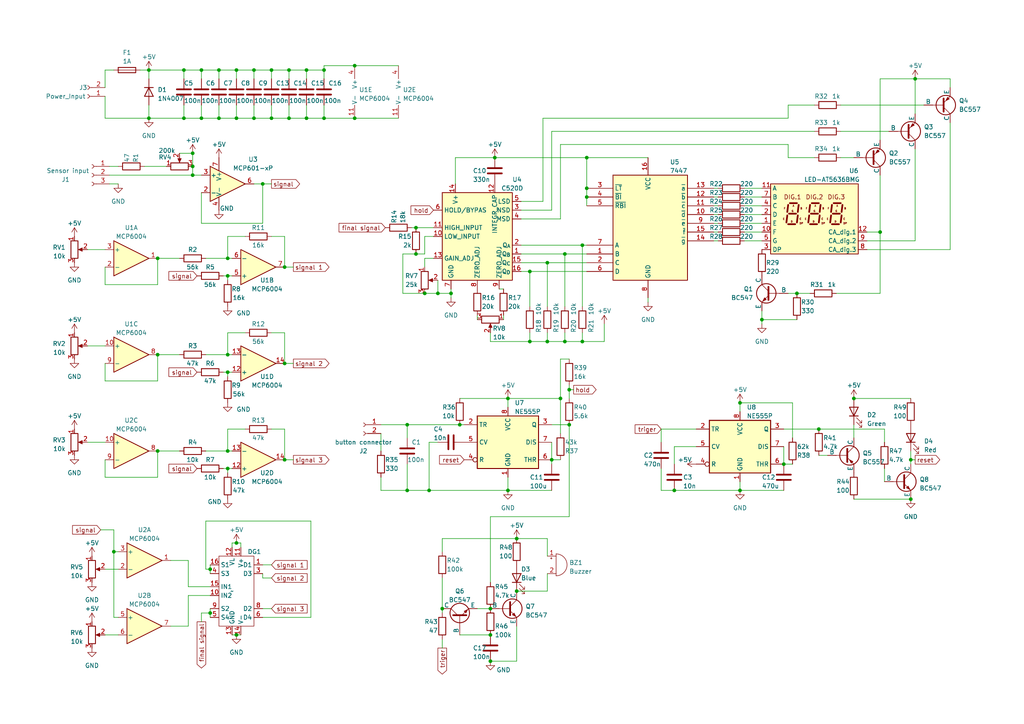
<source format=kicad_sch>
(kicad_sch (version 20231120) (generator "eeschema") (generator_version "8.0")
  (paper "A4")
  (title_block (title "Alkomat") (date "2023-05-24") (comment 1 "nr indeksu: 263581") (comment 2 "Kacper Piątek"))
  (junction (at 93.98 20.32))
  (junction (at 73.66 34.29))
  (junction (at 142.24 176.53))
  (junction (at 76.2 53.34))
  (junction (at 265.43 22.86))
  (junction (at 82.55 105.41))
  (junction (at 66.04 102.87))
  (junction (at 247.65 115.57))
  (junction (at 158.75 99.06))
  (junction (at 93.98 34.29))
  (junction (at 128.27 176.53))
  (junction (at 120.65 73.66))
  (junction (at 53.34 20.32))
  (junction (at 63.5 34.29))
  (junction (at 153.67 78.74))
  (junction (at 43.18 20.32))
  (junction (at 120.65 66.04))
  (junction (at 133.35 123.19))
  (junction (at 78.74 20.32))
  (junction (at 66.04 130.81))
  (junction (at 58.42 20.32))
  (junction (at 60.96 177.8))
  (junction (at 163.83 73.66))
  (junction (at 147.32 115.57))
  (junction (at 55.88 50.8))
  (junction (at 149.86 156.21))
  (junction (at 55.88 44.45))
  (junction (at 102.87 19.05))
  (junction (at 264.16 133.35))
  (junction (at 142.24 191.77))
  (junction (at 68.58 34.29))
  (junction (at 160.02 133.35))
  (junction (at 45.72 130.81))
  (junction (at 73.66 20.32))
  (junction (at 88.9 34.29))
  (junction (at 130.81 85.09))
  (junction (at 45.72 74.93))
  (junction (at 66.04 135.89))
  (junction (at 118.11 123.19))
  (junction (at 168.91 99.06))
  (junction (at 124.46 142.24))
  (junction (at 163.83 99.06))
  (junction (at 168.91 71.12))
  (junction (at 214.63 116.84))
  (junction (at 118.11 142.24))
  (junction (at 82.55 77.47))
  (junction (at 82.55 133.35))
  (junction (at 33.02 160.02))
  (junction (at 123.19 85.09))
  (junction (at 68.58 20.32))
  (junction (at 143.51 45.72))
  (junction (at 170.18 54.61))
  (junction (at 264.16 144.78))
  (junction (at 165.1 123.19))
  (junction (at 63.5 20.32))
  (junction (at 195.58 142.24))
  (junction (at 153.67 99.06))
  (junction (at 237.49 124.46))
  (junction (at 231.14 85.09))
  (junction (at 220.98 92.71))
  (junction (at 55.88 48.26))
  (junction (at 127 85.09))
  (junction (at 83.82 20.32))
  (junction (at 149.86 171.45))
  (junction (at 88.9 20.32))
  (junction (at 66.04 80.01))
  (junction (at 45.72 102.87))
  (junction (at 68.58 157.48))
  (junction (at 102.87 34.29))
  (junction (at 162.56 115.57))
  (junction (at 78.74 34.29))
  (junction (at 227.33 134.62))
  (junction (at 43.18 34.29))
  (junction (at 214.63 142.24))
  (junction (at 170.18 57.15))
  (junction (at 68.58 184.15))
  (junction (at 83.82 34.29))
  (junction (at 165.1 113.03))
  (junction (at 60.96 165.1))
  (junction (at 142.24 184.15))
  (junction (at 147.32 142.24))
  (junction (at 53.34 34.29))
  (junction (at 66.04 107.95))
  (junction (at 255.27 67.31))
  (junction (at 158.75 76.2))
  (junction (at 58.42 34.29))
  (junction (at 170.18 45.72))
  (junction (at 66.04 74.93))
  (wire (pts (xy 118.11 123.19) (xy 133.35 123.19)))
  (wire (pts (xy 82.55 105.41) (xy 85.09 105.41)))
  (wire (pts (xy 162.56 104.14) (xy 162.56 115.57)))
  (wire (pts (xy 228.6 45.72) (xy 236.22 45.72)))
  (wire (pts (xy 63.5 30.48) (xy 63.5 34.29)))
  (wire (pts (xy 168.91 99.06) (xy 168.91 96.52)))
  (wire (pts (xy 68.58 20.32) (xy 68.58 22.86)))
  (wire (pts (xy 231.14 85.09) (xy 234.95 85.09)))
  (wire (pts (xy 215.9 69.85) (xy 220.98 69.85)))
  (wire (pts (xy 83.82 20.32) (xy 83.82 22.86)))
  (wire (pts (xy 229.87 116.84) (xy 214.63 116.84)))
  (wire (pts (xy 82.55 68.58) (xy 78.74 68.58)))
  (wire (pts (xy 90.17 179.07) (xy 90.17 151.13)))
  (wire (pts (xy 147.32 138.43) (xy 147.32 142.24)))
  (wire (pts (xy 247.65 123.19) (xy 247.65 127)))
  (wire (pts (xy 64.77 135.89) (xy 66.04 135.89)))
  (wire (pts (xy 162.56 63.5) (xy 151.13 63.5)))
  (wire (pts (xy 82.55 133.35) (xy 85.09 133.35)))
  (wire (pts (xy 119.38 66.04) (xy 120.65 66.04)))
  (wire (pts (xy 247.65 115.57) (xy 264.16 115.57)))
  (wire (pts (xy 82.55 124.46) (xy 78.74 124.46)))
  (wire (pts (xy 170.18 54.61) (xy 170.18 57.15)))
  (wire (pts (xy 68.58 184.15) (xy 69.85 184.15)))
  (wire (pts (xy 170.18 45.72) (xy 187.96 45.72)))
  (wire (pts (xy 88.9 30.48) (xy 88.9 34.29)))
  (wire (pts (xy 71.12 124.46) (xy 66.04 124.46)))
  (wire (pts (xy 116.84 85.09) (xy 123.19 85.09)))
  (wire (pts (xy 30.48 34.29) (xy 43.18 34.29)))
  (wire (pts (xy 110.49 125.73) (xy 110.49 130.81)))
  (wire (pts (xy 118.11 134.62) (xy 118.11 142.24)))
  (wire (pts (xy 128.27 185.42) (xy 128.27 187.96)))
  (wire (pts (xy 55.88 50.8) (xy 58.42 50.8)))
  (wire (pts (xy 256.54 128.27) (xy 256.54 124.46)))
  (wire (pts (xy 158.75 99.06) (xy 163.83 99.06)))
  (wire (pts (xy 45.72 102.87) (xy 45.72 110.49)))
  (wire (pts (xy 76.2 53.34) (xy 76.2 64.77)))
  (wire (pts (xy 76.2 176.53) (xy 78.74 176.53)))
  (wire (pts (xy 66.04 102.87) (xy 67.31 102.87)))
  (wire (pts (xy 128.27 160.02) (xy 128.27 156.21)))
  (wire (pts (xy 123.19 73.66) (xy 120.65 73.66)))
  (wire (pts (xy 208.28 57.15) (xy 207.01 57.15)))
  (wire (pts (xy 215.9 59.69) (xy 220.98 59.69)))
  (wire (pts (xy 124.46 128.27) (xy 124.46 142.24)))
  (wire (pts (xy 116.84 73.66) (xy 116.84 85.09)))
  (wire (pts (xy 54.61 172.72) (xy 60.96 172.72)))
  (wire (pts (xy 237.49 124.46) (xy 256.54 124.46)))
  (wire (pts (xy 67.31 157.48) (xy 68.58 157.48)))
  (wire (pts (xy 33.02 179.07) (xy 34.29 179.07)))
  (wire (pts (xy 162.56 125.73) (xy 162.56 115.57)))
  (wire (pts (xy 45.72 74.93) (xy 52.07 74.93)))
  (wire (pts (xy 237.49 132.08) (xy 240.03 132.08)))
  (wire (pts (xy 160.02 38.1) (xy 160.02 60.96)))
  (wire (pts (xy 73.66 30.48) (xy 73.66 34.29)))
  (wire (pts (xy 128.27 167.64) (xy 128.27 176.53)))
  (wire (pts (xy 163.83 73.66) (xy 163.83 88.9)))
  (wire (pts (xy 143.51 45.72) (xy 132.08 45.72)))
  (wire (pts (xy 265.43 33.02) (xy 265.43 22.86)))
  (wire (pts (xy 187.96 86.36) (xy 187.96 87.63)))
  (wire (pts (xy 215.9 57.15) (xy 220.98 57.15)))
  (wire (pts (xy 153.67 78.74) (xy 151.13 78.74)))
  (wire (pts (xy 110.49 142.24) (xy 118.11 142.24)))
  (wire (pts (xy 66.04 74.93) (xy 67.31 74.93)))
  (wire (pts (xy 153.67 99.06) (xy 158.75 99.06)))
  (wire (pts (xy 78.74 30.48) (xy 78.74 34.29)))
  (wire (pts (xy 255.27 40.64) (xy 255.27 22.86)))
  (wire (pts (xy 88.9 20.32) (xy 88.9 22.86)))
  (wire (pts (xy 215.9 54.61) (xy 220.98 54.61)))
  (wire (pts (xy 160.02 128.27) (xy 160.02 133.35)))
  (wire (pts (xy 160.02 134.62) (xy 160.02 133.35)))
  (wire (pts (xy 147.32 142.24) (xy 160.02 142.24)))
  (wire (pts (xy 162.56 41.91) (xy 228.6 41.91)))
  (wire (pts (xy 208.28 69.85) (xy 207.01 69.85)))
  (wire (pts (xy 151.13 71.12) (xy 168.91 71.12)))
  (wire (pts (xy 158.75 99.06) (xy 158.75 96.52)))
  (wire (pts (xy 82.55 105.41) (xy 82.55 96.52)))
  (wire (pts (xy 228.6 30.48) (xy 228.6 34.29)))
  (wire (pts (xy 163.83 99.06) (xy 163.83 96.52)))
  (wire (pts (xy 93.98 22.86) (xy 93.98 20.32)))
  (wire (pts (xy 63.5 34.29) (xy 68.58 34.29)))
  (wire (pts (xy 93.98 30.48) (xy 93.98 34.29)))
  (wire (pts (xy 60.96 177.8) (xy 60.96 179.07)))
  (wire (pts (xy 147.32 115.57) (xy 147.32 118.11)))
  (wire (pts (xy 58.42 34.29) (xy 53.34 34.29)))
  (wire (pts (xy 208.28 54.61) (xy 207.01 54.61)))
  (wire (pts (xy 151.13 60.96) (xy 160.02 60.96)))
  (wire (pts (xy 66.04 107.95) (xy 67.31 107.95)))
  (wire (pts (xy 54.61 162.56) (xy 54.61 170.18)))
  (wire (pts (xy 132.08 45.72) (xy 132.08 53.34)))
  (wire (pts (xy 30.48 165.1) (xy 34.29 165.1)))
  (wire (pts (xy 138.43 176.53) (xy 142.24 176.53)))
  (wire (pts (xy 116.84 73.66) (xy 120.65 73.66)))
  (wire (pts (xy 147.32 115.57) (xy 162.56 115.57)))
  (wire (pts (xy 149.86 181.61) (xy 149.86 191.77)))
  (wire (pts (xy 43.18 20.32) (xy 43.18 22.86)))
  (wire (pts (xy 142.24 99.06) (xy 153.67 99.06)))
  (wire (pts (xy 40.64 20.32) (xy 43.18 20.32)))
  (wire (pts (xy 191.77 135.89) (xy 191.77 142.24)))
  (wire (pts (xy 128.27 156.21) (xy 149.86 156.21)))
  (wire (pts (xy 66.04 80.01) (xy 67.31 80.01)))
  (wire (pts (xy 120.65 66.04) (xy 125.73 66.04)))
  (wire (pts (xy 243.84 30.48) (xy 267.97 30.48)))
  (wire (pts (xy 133.35 123.19) (xy 134.62 123.19)))
  (wire (pts (xy 55.88 48.26) (xy 55.88 50.8)))
  (wire (pts (xy 124.46 142.24) (xy 147.32 142.24)))
  (wire (pts (xy 158.75 76.2) (xy 170.18 76.2)))
  (wire (pts (xy 208.28 59.69) (xy 207.01 59.69)))
  (wire (pts (xy 52.07 44.45) (xy 55.88 44.45)))
  (wire (pts (xy 160.02 133.35) (xy 162.56 133.35)))
  (wire (pts (xy 265.43 43.18) (xy 265.43 69.85)))
  (wire (pts (xy 170.18 45.72) (xy 170.18 54.61)))
  (wire (pts (xy 220.98 92.71) (xy 220.98 93.98)))
  (wire (pts (xy 255.27 67.31) (xy 255.27 85.09)))
  (wire (pts (xy 191.77 124.46) (xy 201.93 124.46)))
  (wire (pts (xy 68.58 30.48) (xy 68.58 34.29)))
  (wire (pts (xy 30.48 105.41) (xy 30.48 110.49)))
  (wire (pts (xy 175.26 99.06) (xy 168.91 99.06)))
  (wire (pts (xy 160.02 123.19) (xy 165.1 123.19)))
  (wire (pts (xy 195.58 129.54) (xy 201.93 129.54)))
  (wire (pts (xy 229.87 116.84) (xy 229.87 127)))
  (wire (pts (xy 60.96 165.1) (xy 60.96 166.37)))
  (wire (pts (xy 123.19 68.58) (xy 123.19 73.66)))
  (wire (pts (xy 73.66 53.34) (xy 76.2 53.34)))
  (wire (pts (xy 158.75 171.45) (xy 149.86 171.45)))
  (wire (pts (xy 153.67 78.74) (xy 153.67 88.9)))
  (wire (pts (xy 158.75 161.29) (xy 158.75 156.21)))
  (wire (pts (xy 25.4 72.39) (xy 30.48 72.39)))
  (wire (pts (xy 255.27 22.86) (xy 265.43 22.86)))
  (wire (pts (xy 45.72 74.93) (xy 45.72 82.55)))
  (wire (pts (xy 264.16 133.35) (xy 265.43 133.35)))
  (wire (pts (xy 255.27 50.8) (xy 255.27 67.31)))
  (wire (pts (xy 66.04 80.01) (xy 66.04 81.28)))
  (wire (pts (xy 133.35 184.15) (xy 142.24 184.15)))
  (wire (pts (xy 255.27 67.31) (xy 251.46 67.31)))
  (wire (pts (xy 168.91 71.12) (xy 170.18 71.12)))
  (wire (pts (xy 30.48 77.47) (xy 30.48 82.55)))
  (wire (pts (xy 158.75 76.2) (xy 158.75 88.9)))
  (wire (pts (xy 142.24 99.06) (xy 142.24 96.52)))
  (wire (pts (xy 158.75 166.37) (xy 158.75 171.45)))
  (wire (pts (xy 78.74 34.29) (xy 73.66 34.29)))
  (wire (pts (xy 243.84 38.1) (xy 257.81 38.1)))
  (wire (pts (xy 215.9 62.23) (xy 220.98 62.23)))
  (wire (pts (xy 214.63 116.84) (xy 214.63 119.38)))
  (wire (pts (xy 256.54 135.89) (xy 256.54 139.7)))
  (wire (pts (xy 264.16 133.35) (xy 264.16 134.62)))
  (wire (pts (xy 142.24 149.86) (xy 165.1 149.86)))
  (wire (pts (xy 123.19 68.58) (xy 125.73 68.58)))
  (wire (pts (xy 228.6 34.29) (xy 157.48 34.29)))
  (wire (pts (xy 41.91 48.26) (xy 48.26 48.26)))
  (wire (pts (xy 228.6 30.48) (xy 236.22 30.48)))
  (wire (pts (xy 127 81.28) (xy 127 85.09)))
  (wire (pts (xy 165.1 113.03) (xy 165.1 115.57)))
  (wire (pts (xy 227.33 129.54) (xy 227.33 134.62)))
  (wire (pts (xy 138.43 92.71) (xy 138.43 91.44)))
  (wire (pts (xy 54.61 181.61) (xy 54.61 172.72)))
  (wire (pts (xy 146.05 92.71) (xy 146.05 91.44)))
  (wire (pts (xy 102.87 19.05) (xy 115.57 19.05)))
  (wire (pts (xy 93.98 34.29) (xy 102.87 34.29)))
  (wire (pts (xy 67.31 157.48) (xy 67.31 158.75)))
  (wire (pts (xy 31.75 53.34) (xy 34.29 53.34)))
  (wire (pts (xy 43.18 34.29) (xy 53.34 34.29)))
  (wire (pts (xy 123.19 85.09) (xy 127 85.09)))
  (wire (pts (xy 124.46 128.27) (xy 127 128.27)))
  (wire (pts (xy 83.82 30.48) (xy 83.82 34.29)))
  (wire (pts (xy 264.16 130.81) (xy 264.16 133.35)))
  (wire (pts (xy 29.21 153.67) (xy 33.02 153.67)))
  (wire (pts (xy 170.18 57.15) (xy 170.18 59.69)))
  (wire (pts (xy 54.61 170.18) (xy 60.96 170.18)))
  (wire (pts (xy 58.42 22.86) (xy 58.42 20.32)))
  (wire (pts (xy 78.74 20.32) (xy 78.74 22.86)))
  (wire (pts (xy 25.4 100.33) (xy 30.48 100.33)))
  (wire (pts (xy 83.82 34.29) (xy 78.74 34.29)))
  (wire (pts (xy 242.57 85.09) (xy 255.27 85.09)))
  (wire (pts (xy 128.27 176.53) (xy 128.27 177.8)))
  (wire (pts (xy 60.96 176.53) (xy 60.96 177.8)))
  (wire (pts (xy 82.55 133.35) (xy 82.55 124.46)))
  (wire (pts (xy 64.77 80.01) (xy 66.04 80.01)))
  (wire (pts (xy 157.48 34.29) (xy 157.48 58.42)))
  (wire (pts (xy 59.69 102.87) (xy 66.04 102.87)))
  (wire (pts (xy 45.72 130.81) (xy 52.07 130.81)))
  (wire (pts (xy 102.87 34.29) (xy 115.57 34.29)))
  (wire (pts (xy 88.9 20.32) (xy 83.82 20.32)))
  (wire (pts (xy 69.85 157.48) (xy 69.85 158.75)))
  (wire (pts (xy 68.58 157.48) (xy 69.85 157.48)))
  (wire (pts (xy 163.83 73.66) (xy 170.18 73.66)))
  (wire (pts (xy 73.66 20.32) (xy 68.58 20.32)))
  (wire (pts (xy 158.75 156.21) (xy 149.86 156.21)))
  (wire (pts (xy 142.24 168.91) (xy 142.24 149.86)))
  (wire (pts (xy 30.48 20.32) (xy 33.02 20.32)))
  (wire (pts (xy 60.96 163.83) (xy 60.96 165.1)))
  (wire (pts (xy 146.05 83.82) (xy 144.78 83.82)))
  (wire (pts (xy 66.04 135.89) (xy 67.31 135.89)))
  (wire (pts (xy 66.04 135.89) (xy 66.04 137.16)))
  (wire (pts (xy 33.02 160.02) (xy 33.02 179.07)))
  (wire (pts (xy 49.53 162.56) (xy 54.61 162.56)))
  (wire (pts (xy 73.66 20.32) (xy 73.66 22.86)))
  (wire (pts (xy 66.04 130.81) (xy 67.31 130.81)))
  (wire (pts (xy 110.49 123.19) (xy 118.11 123.19)))
  (wire (pts (xy 59.69 130.81) (xy 66.04 130.81)))
  (wire (pts (xy 118.11 142.24) (xy 124.46 142.24)))
  (wire (pts (xy 275.59 22.86) (xy 275.59 25.4)))
  (wire (pts (xy 123.19 74.93) (xy 123.19 77.47)))
  (wire (pts (xy 231.14 92.71) (xy 220.98 92.71)))
  (wire (pts (xy 66.04 107.95) (xy 66.04 109.22)))
  (wire (pts (xy 275.59 72.39) (xy 251.46 72.39)))
  (wire (pts (xy 59.69 165.1) (xy 60.96 165.1)))
  (wire (pts (xy 102.87 19.05) (xy 93.98 19.05)))
  (wire (pts (xy 151.13 76.2) (xy 158.75 76.2)))
  (wire (pts (xy 66.04 68.58) (xy 66.04 74.93)))
  (wire (pts (xy 214.63 142.24) (xy 227.33 142.24)))
  (wire (pts (xy 127 85.09) (xy 130.81 85.09)))
  (wire (pts (xy 157.48 58.42) (xy 151.13 58.42)))
  (wire (pts (xy 166.37 113.03) (xy 165.1 113.03)))
  (wire (pts (xy 133.35 115.57) (xy 147.32 115.57)))
  (wire (pts (xy 45.72 102.87) (xy 52.07 102.87)))
  (wire (pts (xy 33.02 153.67) (xy 33.02 160.02)))
  (wire (pts (xy 215.9 67.31) (xy 220.98 67.31)))
  (wire (pts (xy 228.6 41.91) (xy 228.6 45.72)))
  (wire (pts (xy 76.2 179.07) (xy 90.17 179.07)))
  (wire (pts (xy 59.69 74.93) (xy 66.04 74.93)))
  (wire (pts (xy 30.48 133.35) (xy 30.48 138.43)))
  (wire (pts (xy 168.91 71.12) (xy 168.91 88.9)))
  (wire (pts (xy 118.11 123.19) (xy 118.11 127)))
  (wire (pts (xy 31.75 50.8) (xy 55.88 50.8)))
  (wire (pts (xy 208.28 62.23) (xy 207.01 62.23)))
  (wire (pts (xy 63.5 20.32) (xy 63.5 22.86)))
  (wire (pts (xy 55.88 44.45) (xy 55.88 48.26)))
  (wire (pts (xy 43.18 20.32) (xy 53.34 20.32)))
  (wire (pts (xy 25.4 128.27) (xy 30.48 128.27)))
  (wire (pts (xy 58.42 180.34) (xy 58.42 177.8)))
  (wire (pts (xy 151.13 73.66) (xy 163.83 73.66)))
  (wire (pts (xy 215.9 64.77) (xy 220.98 64.77)))
  (wire (pts (xy 160.02 38.1) (xy 236.22 38.1)))
  (wire (pts (xy 165.1 123.19) (xy 165.1 149.86)))
  (wire (pts (xy 76.2 167.64) (xy 76.2 166.37)))
  (wire (pts (xy 67.31 184.15) (xy 68.58 184.15)))
  (wire (pts (xy 228.6 85.09) (xy 231.14 85.09)))
  (wire (pts (xy 66.04 124.46) (xy 66.04 130.81)))
  (wire (pts (xy 31.75 48.26) (xy 34.29 48.26)))
  (wire (pts (xy 76.2 163.83) (xy 78.74 163.83)))
  (wire (pts (xy 165.1 111.76) (xy 165.1 113.03)))
  (wire (pts (xy 195.58 142.24) (xy 214.63 142.24)))
  (wire (pts (xy 63.5 20.32) (xy 58.42 20.32)))
  (wire (pts (xy 58.42 177.8) (xy 60.96 177.8)))
  (wire (pts (xy 71.12 68.58) (xy 66.04 68.58)))
  (wire (pts (xy 175.26 93.98) (xy 175.26 99.06)))
  (wire (pts (xy 163.83 99.06) (xy 168.91 99.06)))
  (wire (pts (xy 130.81 86.36) (xy 130.81 85.09)))
  (wire (pts (xy 208.28 67.31) (xy 207.01 67.31)))
  (wire (pts (xy 220.98 90.17) (xy 220.98 92.71)))
  (wire (pts (xy 58.42 20.32) (xy 53.34 20.32)))
  (wire (pts (xy 66.04 96.52) (xy 66.04 102.87)))
  (wire (pts (xy 82.55 77.47) (xy 85.09 77.47)))
  (wire (pts (xy 93.98 20.32) (xy 88.9 20.32)))
  (wire (pts (xy 30.48 110.49) (xy 45.72 110.49)))
  (wire (pts (xy 93.98 34.29) (xy 88.9 34.29)))
  (wire (pts (xy 82.55 96.52) (xy 78.74 96.52)))
  (wire (pts (xy 229.87 134.62) (xy 227.33 134.62)))
  (wire (pts (xy 149.86 191.77) (xy 142.24 191.77)))
  (wire (pts (xy 275.59 35.56) (xy 275.59 72.39)))
  (wire (pts (xy 53.34 22.86) (xy 53.34 20.32)))
  (wire (pts (xy 78.74 167.64) (xy 76.2 167.64)))
  (wire (pts (xy 68.58 20.32) (xy 63.5 20.32)))
  (wire (pts (xy 88.9 34.29) (xy 83.82 34.29)))
  (wire (pts (xy 59.69 151.13) (xy 59.69 165.1)))
  (wire (pts (xy 43.18 34.29) (xy 43.18 30.48)))
  (wire (pts (xy 110.49 138.43) (xy 110.49 142.24)))
  (wire (pts (xy 265.43 69.85) (xy 251.46 69.85)))
  (wire (pts (xy 93.98 19.05) (xy 93.98 20.32)))
  (wire (pts (xy 49.53 181.61) (xy 54.61 181.61)))
  (wire (pts (xy 162.56 63.5) (xy 162.56 41.91)))
  (wire (pts (xy 227.33 124.46) (xy 237.49 124.46)))
  (wire (pts (xy 30.48 20.32) (xy 30.48 25.4)))
  (wire (pts (xy 30.48 82.55) (xy 45.72 82.55)))
  (wire (pts (xy 195.58 134.62) (xy 195.58 129.54)))
  (wire (pts (xy 208.28 64.77) (xy 207.01 64.77)))
  (wire (pts (xy 30.48 184.15) (xy 34.29 184.15)))
  (wire (pts (xy 191.77 142.24) (xy 195.58 142.24)))
  (wire (pts (xy 265.43 22.86) (xy 275.59 22.86)))
  (wire (pts (xy 45.72 130.81) (xy 45.72 138.43)))
  (wire (pts (xy 63.5 34.29) (xy 58.42 34.29)))
  (wire (pts (xy 68.58 34.29) (xy 73.66 34.29)))
  (wire (pts (xy 30.48 34.29) (xy 30.48 27.94)))
  (wire (pts (xy 82.55 77.47) (xy 82.55 68.58)))
  (wire (pts (xy 123.19 74.93) (xy 125.73 74.93)))
  (wire (pts (xy 165.1 104.14) (xy 162.56 104.14)))
  (wire (pts (xy 170.18 78.74) (xy 153.67 78.74)))
  (wire (pts (xy 76.2 64.77) (xy 58.42 64.77)))
  (wire (pts (xy 243.84 45.72) (xy 247.65 45.72)))
  (wire (pts (xy 83.82 20.32) (xy 78.74 20.32)))
  (wire (pts (xy 71.12 96.52) (xy 66.04 96.52)))
  (wire (pts (xy 64.77 107.95) (xy 66.04 107.95)))
  (wire (pts (xy 30.48 138.43) (xy 45.72 138.43)))
  (wire (pts (xy 247.65 144.78) (xy 264.16 144.78)))
  (wire (pts (xy 58.42 30.48) (xy 58.42 34.29)))
  (wire (pts (xy 33.02 160.02) (xy 34.29 160.02)))
  (wire (pts (xy 130.81 85.09) (xy 130.81 83.82)))
  (wire (pts (xy 76.2 53.34) (xy 78.74 53.34)))
  (wire (pts (xy 214.63 139.7) (xy 214.63 142.24)))
  (wire (pts (xy 90.17 151.13) (xy 59.69 151.13)))
  (wire (pts (xy 78.74 20.32) (xy 73.66 20.32)))
  (wire (pts (xy 143.51 45.72) (xy 170.18 45.72)))
  (wire (pts (xy 191.77 128.27) (xy 191.77 124.46)))
  (wire (pts (xy 153.67 99.06) (xy 153.67 96.52)))
  (wire (pts (xy 53.34 30.48) (xy 53.34 34.29)))
  (wire (pts (xy 58.42 55.88) (xy 58.42 64.77)))
  (global_label "signal" (shape input) (at 29.21 153.67 180) (property "Intersheetrefs" "${INTERSHEET_REFS}" (effects (hide yes))))
  (global_label "signal 3" (shape input) (at 78.74 176.53 0) (property "Intersheetrefs" "${INTERSHEET_REFS}" (effects (hide yes))))
  (global_label "signal 2" (shape output) (at 85.09 105.41 0) (property "Intersheetrefs" "${INTERSHEET_REFS}" (effects (hide yes))))
  (global_label "final signal" (shape input) (at 111.76 66.04 180) (property "Intersheetrefs" "${INTERSHEET_REFS}" (effects (hide yes))))
  (global_label "signal" (shape input) (at 57.15 80.01 180) (property "Intersheetrefs" "${INTERSHEET_REFS}" (effects (hide yes))))
  (global_label "triger" (shape input) (at 191.77 124.46 180) (property "Intersheetrefs" "${INTERSHEET_REFS}" (effects (hide yes))))
  (global_label "signal" (shape input) (at 57.15 135.89 180) (property "Intersheetrefs" "${INTERSHEET_REFS}" (effects (hide yes))))
  (global_label "signal 3" (shape output) (at 85.09 133.35 0) (property "Intersheetrefs" "${INTERSHEET_REFS}" (effects (hide yes))))
  (global_label "triger" (shape output) (at 128.27 187.96 270) (property "Intersheetrefs" "${INTERSHEET_REFS}" (effects (hide yes))))
  (global_label "reset" (shape output) (at 265.43 133.35 0) (property "Intersheetrefs" "${INTERSHEET_REFS}" (effects (hide yes))))
  (global_label "signal" (shape output) (at 78.74 53.34 0) (property "Intersheetrefs" "${INTERSHEET_REFS}" (effects (hide yes))))
  (global_label "signal 2" (shape input) (at 78.74 167.64 0) (property "Intersheetrefs" "${INTERSHEET_REFS}" (effects (hide yes))))
  (global_label "hold" (shape input) (at 125.73 60.96 180) (property "Intersheetrefs" "${INTERSHEET_REFS}" (effects (hide yes))))
  (global_label "hold" (shape output) (at 166.37 113.03 0) (property "Intersheetrefs" "${INTERSHEET_REFS}" (effects (hide yes))))
  (global_label "signal 1" (shape input) (at 78.74 163.83 0) (property "Intersheetrefs" "${INTERSHEET_REFS}" (effects (hide yes))))
  (global_label "signal 1" (shape output) (at 85.09 77.47 0) (property "Intersheetrefs" "${INTERSHEET_REFS}" (effects (hide yes))))
  (global_label "reset" (shape input) (at 134.62 133.35 180) (property "Intersheetrefs" "${INTERSHEET_REFS}" (effects (hide yes))))
  (global_label "signal" (shape input) (at 57.15 107.95 180) (property "Intersheetrefs" "${INTERSHEET_REFS}" (effects (hide yes))))
  (global_label "final signal" (shape output) (at 58.42 180.34 270) (property "Intersheetrefs" "${INTERSHEET_REFS}" (effects (hide yes))))
  (symbol (lib_id "Simulation_SPICE:NPN") (at 261.62 139.7 0) (unit 1)
    (property "Reference" "Q8" (at 266.7 139.065 0) (effects (justify left)))
    (property "Value" "BC547" (at 266.7 141.605 0) (effects (justify left)))
    (property "Footprint" "Package_TO_SOT_THT:TO-92_HandSolder" (effects (hide yes)))
    (property "Sim.Device" "NPN" (effects (hide yes)))
    (property "Sim.Type" "GUMMELPOON" (effects (hide yes)))
    (property "Sim.Pins" "1=C 2=B 3=E" (effects (hide yes)))
  )
  (symbol (lib_id "power:GND") (at 43.18 34.29 0) (unit 1)
    (property "Reference" "#PWR027" (effects (hide yes)))
    (property "Value" "GND" (at 43.18 39.37 0))
  )
  (symbol (lib_id "Device:C") (at 93.98 26.67 0) (unit 1)
    (property "Reference" "C16" (at 95.25 24.13 0) (effects (justify left)))
    (property "Value" "100n" (at 93.98 29.21 0) (effects (justify left)))
    (property "Footprint" "Capacitor_THT:C_Disc_D3.0mm_W2.0mm_P2.50mm" (effects (hide yes)))
  )
  (symbol (lib_id "Device:C") (at 160.02 138.43 0) (unit 1)
    (property "Reference" "C11" (at 153.67 138.43 0) (effects (justify left)))
    (property "Value" "100u" (at 153.67 140.97 0) (effects (justify left)))
    (property "Footprint" "Capacitor_THT:C_Rect_L7.0mm_W2.5mm_P5.00mm" (effects (hide yes)))
  )
  (symbol (lib_id "power:GND") (at 21.59 76.2 0) (unit 1)
    (property "Reference" "#PWR02" (effects (hide yes)))
    (property "Value" "GND" (at 21.59 81.28 0))
  )
  (symbol (lib_id "power:+5V") (at 68.58 157.48 0) (unit 1)
    (property "Reference" "#PWR018" (effects (hide yes)))
    (property "Value" "+5V" (at 68.58 153.67 0))
  )
  (symbol (lib_id "Device:C") (at 118.11 130.81 0) (unit 1)
    (property "Reference" "C1" (at 119.38 128.27 0) (effects (justify left)))
    (property "Value" "100n" (at 118.11 133.35 0) (effects (justify left)))
    (property "Footprint" "Capacitor_THT:C_Disc_D3.0mm_W2.0mm_P2.50mm" (effects (hide yes)))
  )
  (symbol (lib_id "Device:C") (at 143.51 49.53 0) (unit 1)
    (property "Reference" "C10" (at 137.16 49.53 0) (effects (justify left)))
    (property "Value" "330n" (at 137.16 52.07 0) (effects (justify left)))
    (property "Footprint" "Capacitor_THT:C_Rect_L7.0mm_W3.5mm_P5.00mm" (effects (hide yes)))
  )
  (symbol (lib_id "Device:LED") (at 247.65 119.38 90) (unit 1)
    (property "Reference" "D2" (at 251.46 120.3325 90) (effects (justify right)))
    (property "Value" "Green" (at 251.46 122.8725 90) (effects (justify right)))
    (property "Footprint" "LED_THT:LED_D5.0mm" (effects (hide yes)))
  )
  (symbol (lib_id "Device:R") (at 163.83 92.71 180) (unit 1)
    (property "Reference" "R20" (at 166.37 96.52 90) (effects (justify right)))
    (property "Value" "10k" (at 166.37 91.44 90) (effects (justify right)))
    (property "Footprint" "Resistor_THT:R_Axial_DIN0207_L6.3mm_D2.5mm_P10.16mm_Horizontal" (effects (hide yes)))
  )
  (symbol (lib_id "power:GND") (at 214.63 142.24 0) (unit 1)
    (property "Reference" "#PWR032" (effects (hide yes)))
    (property "Value" "GND" (at 214.63 147.32 0))
  )
  (symbol (lib_id "Device:C") (at 58.42 26.67 0) (unit 1)
    (property "Reference" "C6" (at 59.69 24.13 0) (effects (justify left)))
    (property "Value" "100n" (at 58.42 29.21 0) (effects (justify left)))
    (property "Footprint" "Capacitor_THT:C_Disc_D3.0mm_W2.0mm_P2.50mm" (effects (hide yes)))
  )
  (symbol (lib_id "Device:R") (at 229.87 130.81 180) (unit 1)
    (property "Reference" "R38" (at 231.14 132.08 0) (effects (justify right)))
    (property "Value" "62k" (at 231.14 129.54 0) (effects (justify right)))
    (property "Footprint" "Resistor_THT:R_Axial_DIN0207_L6.3mm_D2.5mm_P10.16mm_Horizontal" (effects (hide yes)))
  )
  (symbol (lib_id "Device:C") (at 73.66 26.67 0) (unit 1)
    (property "Reference" "C9" (at 74.93 24.13 0) (effects (justify left)))
    (property "Value" "100n" (at 73.66 29.21 0) (effects (justify left)))
    (property "Footprint" "Capacitor_THT:C_Disc_D3.0mm_W2.0mm_P2.50mm" (effects (hide yes)))
  )
  (symbol (lib_id "Device:R") (at 231.14 88.9 0) (mirror x) (unit 1)
    (property "Reference" "R30" (at 236.22 87.63 0) (effects (justify right)))
    (property "Value" "330" (at 236.22 90.17 0) (effects (justify right)))
    (property "Footprint" "Resistor_THT:R_Axial_DIN0207_L6.3mm_D2.5mm_P10.16mm_Horizontal" (effects (hide yes)))
  )
  (symbol (lib_id "Device:R_Potentiometer") (at 52.07 48.26 90) (unit 1)
    (property "Reference" "RV4" (at 45.974 45.593 90) (effects (justify right)))
    (property "Value" "200k" (at 45.974 43.688 90) (effects (justify right)))
    (property "Footprint" "Potentiometer_THT:Potentiometer_Bourns_3296Y_Vertical" (effects (hide yes)))
  )
  (symbol (lib_id "Device:R") (at 240.03 38.1 90) (mirror x) (unit 1)
    (property "Reference" "R33" (at 236.22 35.56 90) (effects (justify right)))
    (property "Value" "1k" (at 241.3 35.56 90) (effects (justify right)))
    (property "Footprint" "Resistor_THT:R_Axial_DIN0207_L6.3mm_D2.5mm_P10.16mm_Horizontal" (effects (hide yes)))
  )
  (symbol (lib_id "power:GND") (at 142.24 191.77 0) (unit 1)
    (property "Reference" "#PWR034" (effects (hide yes)))
    (property "Value" "GND" (at 146.05 194.31 0))
  )
  (symbol (lib_id "Timer:NE555P") (at 214.63 129.54 0) (unit 1)
    (property "Reference" "U8" (at 216.5859 118.11 0) (effects (justify left)))
    (property "Value" "NE555P" (at 216.5859 120.65 0) (effects (justify left)))
    (property "Footprint" "Package_DIP:DIP-8_W7.62mm" (effects (hide yes)))
    (property "Datasheet" "http://www.ti.com/lit/ds/symlink/ne555.pdf" (effects (hide yes)))
  )
  (symbol (lib_id "power:+5V") (at 247.65 115.57 0) (unit 1)
    (property "Reference" "#PWR033" (effects (hide yes)))
    (property "Value" "+5V" (at 247.65 111.76 0))
  )
  (symbol (lib_id "Device:LED") (at 264.16 127 90) (unit 1)
    (property "Reference" "D4" (at 267.97 127.9525 90) (effects (justify right)))
    (property "Value" "Red" (at 267.97 130.4925 90) (effects (justify right)))
    (property "Footprint" "LED_THT:LED_D5.0mm" (effects (hide yes)))
  )
  (symbol (lib_id "Device:C") (at 78.74 26.67 0) (unit 1)
    (property "Reference" "C13" (at 80.01 24.13 0) (effects (justify left)))
    (property "Value" "100n" (at 78.74 29.21 0) (effects (justify left)))
    (property "Footprint" "Capacitor_THT:C_Disc_D3.0mm_W2.0mm_P2.50mm" (effects (hide yes)))
  )
  (symbol (lib_id "74xx_IEEE:7447") (at 187.96 63.5 0) (unit 1)
    (property "Reference" "U5" (at 194.31 46.99 0) (effects (justify left)))
    (property "Value" "7447" (at 194.31 49.53 0) (effects (justify left)))
    (property "Footprint" "Package_DIP:DIP-16_W7.62mm" (effects (hide yes)))
  )
  (symbol (lib_id "Device:R") (at 74.93 124.46 270) (unit 1)
    (property "Reference" "R13" (at 74.93 121.92 90))
    (property "Value" "47k" (at 74.93 127 90))
    (property "Footprint" "Resistor_THT:R_Axial_DIN0207_L6.3mm_D2.5mm_P10.16mm_Horizontal" (effects (hide yes)))
  )
  (symbol (lib_id "Device:R") (at 212.09 54.61 90) (mirror x) (unit 1)
    (property "Reference" "R22" (at 205.74 53.34 90) (effects (justify right)))
    (property "Value" "220" (at 214.63 53.34 90) (effects (justify right)))
    (property "Footprint" "Resistor_THT:R_Axial_DIN0207_L6.3mm_D2.5mm_P10.16mm_Horizontal" (effects (hide yes)))
  )
  (symbol (lib_id "power:GND") (at 68.58 184.15 0) (unit 1)
    (property "Reference" "#PWR019" (effects (hide yes)))
    (property "Value" "GND" (at 68.58 189.23 0))
  )
  (symbol (lib_id "Device:R") (at 66.04 140.97 0) (unit 1)
    (property "Reference" "R10" (at 71.12 139.7 0) (effects (justify right)))
    (property "Value" "47k" (at 71.12 142.24 0) (effects (justify right)))
    (property "Footprint" "Resistor_THT:R_Axial_DIN0207_L6.3mm_D2.5mm_P10.16mm_Horizontal" (effects (hide yes)))
  )
  (symbol (lib_id "Device:C") (at 142.24 187.96 0) (unit 1)
    (property "Reference" "C17" (at 137.16 187.96 0) (effects (justify left)))
    (property "Value" "100n" (at 137.16 190.5 0) (effects (justify left)))
    (property "Footprint" "Capacitor_THT:C_Rect_L7.0mm_W2.5mm_P5.00mm" (effects (hide yes)))
  )
  (symbol (lib_id "power:GND") (at 66.04 88.9 0) (unit 1)
    (property "Reference" "#PWR011" (effects (hide yes)))
    (property "Value" "GND" (at 68.58 90.805 0) (effects (justify left)))
  )
  (symbol (lib_id "Amplifier_Operational:MCP6004") (at 41.91 162.56 0) (unit 1)
    (property "Reference" "U2" (at 41.91 153.67 0))
    (property "Value" "MCP6004" (at 41.91 156.21 0))
    (property "Footprint" "Package_DIP:DIP-14_W7.62mm" (effects (hide yes)))
    (property "Datasheet" "http://ww1.microchip.com/downloads/en/DeviceDoc/21733j.pdf" (effects (hide yes)))
  )
  (symbol (lib_id "Diode:1N4007") (at 43.18 26.67 270) (unit 1)
    (property "Reference" "D1" (at 45.72 26.035 90) (effects (justify left)))
    (property "Value" "1N4007" (at 45.72 28.575 90) (effects (justify left)))
    (property "Footprint" "Diode_THT:D_DO-41_SOD81_P10.16mm_Horizontal" (effects (hide yes)))
    (property "Datasheet" "http://www.vishay.com/docs/88503/1n4001.pdf" (effects (hide yes)))
    (property "Sim.Device" "D" (effects (hide yes)))
    (property "Sim.Pins" "1=K 2=A" (effects (hide yes)))
  )
  (symbol (lib_id "Device:R") (at 146.05 87.63 180) (unit 1)
    (property "Reference" "R17" (at 147.32 86.36 0) (effects (justify right)))
    (property "Value" "20k" (at 147.32 88.9 0) (effects (justify right)))
    (property "Footprint" "Resistor_THT:R_Axial_DIN0207_L6.3mm_D2.5mm_P10.16mm_Horizontal" (effects (hide yes)))
  )
  (symbol (lib_id "Device:C") (at 53.34 26.67 0) (unit 1)
    (property "Reference" "C5" (at 53.34 24.13 0) (effects (justify left)))
    (property "Value" "100n" (at 53.34 29.21 0) (effects (justify left)))
    (property "Footprint" "Capacitor_THT:C_Disc_D3.0mm_W2.0mm_P2.50mm" (effects (hide yes)))
  )
  (symbol (lib_id "Device:R") (at 110.49 134.62 0) (mirror x) (unit 1)
    (property "Reference" "R35" (at 115.57 133.35 0) (effects (justify right)))
    (property "Value" "330" (at 115.57 135.89 0) (effects (justify right)))
    (property "Footprint" "Resistor_THT:R_Axial_DIN0207_L6.3mm_D2.5mm_P10.16mm_Horizontal" (effects (hide yes)))
  )
  (symbol (lib_id "Device:R") (at 66.04 85.09 0) (unit 1)
    (property "Reference" "R8" (at 69.85 83.82 0) (effects (justify right)))
    (property "Value" "16k" (at 71.12 86.36 0) (effects (justify right)))
    (property "Footprint" "Resistor_THT:R_Axial_DIN0207_L6.3mm_D2.5mm_P10.16mm_Horizontal" (effects (hide yes)))
  )
  (symbol (lib_id "power:GND") (at 26.67 187.96 0) (unit 1)
    (property "Reference" "#PWR017" (effects (hide yes)))
    (property "Value" "GND" (at 26.67 193.04 0))
  )
  (symbol (lib_id "Device:C") (at 83.82 26.67 0) (unit 1)
    (property "Reference" "C14" (at 85.09 24.13 0) (effects (justify left)))
    (property "Value" "100n" (at 83.82 29.21 0) (effects (justify left)))
    (property "Footprint" "Capacitor_THT:C_Disc_D3.0mm_W2.0mm_P2.50mm" (effects (hide yes)))
  )
  (symbol (lib_id "power:+5V") (at 149.86 156.21 0) (unit 1)
    (property "Reference" "#PWR035" (effects (hide yes)))
    (property "Value" "+5V" (at 149.86 152.4 0))
  )
  (symbol (lib_id "power:GND") (at 26.67 168.91 0) (unit 1)
    (property "Reference" "#PWR015" (effects (hide yes)))
    (property "Value" "GND" (at 26.67 173.99 0))
  )
  (symbol (lib_id "Device:R") (at 153.67 92.71 180) (unit 1)
    (property "Reference" "R18" (at 156.21 96.52 90) (effects (justify right)))
    (property "Value" "10k" (at 156.21 91.44 90) (effects (justify right)))
    (property "Footprint" "Resistor_THT:R_Axial_DIN0207_L6.3mm_D2.5mm_P10.16mm_Horizontal" (effects (hide yes)))
  )
  (symbol (lib_id "Device:R") (at 128.27 163.83 180) (unit 1)
    (property "Reference" "R42" (at 129.54 162.56 0) (effects (justify right)))
    (property "Value" "100k" (at 129.54 165.1 0) (effects (justify right)))
    (property "Footprint" "Resistor_THT:R_Axial_DIN0207_L6.3mm_D2.5mm_P10.16mm_Horizontal" (effects (hide yes)))
  )
  (symbol (lib_id "Device:R") (at 158.75 92.71 180) (unit 1)
    (property "Reference" "R19" (at 161.29 96.52 90) (effects (justify right)))
    (property "Value" "10k" (at 161.29 91.44 90) (effects (justify right)))
    (property "Footprint" "Resistor_THT:R_Axial_DIN0207_L6.3mm_D2.5mm_P10.16mm_Horizontal" (effects (hide yes)))
  )
  (symbol (lib_id "power:+5V") (at 21.59 68.58 0) (unit 1)
    (property "Reference" "#PWR01" (effects (hide yes)))
    (property "Value" "+5V" (at 21.59 64.77 0))
  )
  (symbol (lib_id "Device:R") (at 247.65 140.97 180) (unit 1)
    (property "Reference" "R44" (at 242.57 139.7 0) (effects (justify right)))
    (property "Value" "100" (at 242.57 142.24 0) (effects (justify right)))
    (property "Footprint" "Resistor_THT:R_Axial_DIN0207_L6.3mm_D2.5mm_P10.16mm_Horizontal" (effects (hide yes)))
  )
  (symbol (lib_id "Connector:Conn_01x03_Socket") (at 26.67 50.8 0) (mirror y) (unit 1)
    (property "Reference" "J1" (at 19.05 52.07 0))
    (property "Value" "Sensor input" (at 19.685 49.53 0))
    (property "Footprint" "Connector_Phoenix_MC_HighVoltage:ARK3" (effects (hide yes)))
  )
  (symbol (lib_id "Device:R") (at 74.93 96.52 270) (unit 1)
    (property "Reference" "R12" (at 74.93 93.98 90))
    (property "Value" "56k" (at 74.93 99.06 90))
    (property "Footprint" "Resistor_THT:R_Axial_DIN0207_L6.3mm_D2.5mm_P10.16mm_Horizontal" (effects (hide yes)))
  )
  (symbol (lib_id "Simulation_SPICE:PNP") (at 273.05 30.48 0) (mirror x) (unit 1)
    (property "Reference" "Q4" (at 278.13 29.21 0) (effects (justify left)))
    (property "Value" "BC557" (at 278.13 31.75 0) (effects (justify left)))
    (property "Footprint" "Package_TO_SOT_THT:TO-92_HandSolder" (effects (hide yes)))
    (property "Sim.Device" "PNP" (effects (hide yes)))
    (property "Sim.Type" "GUMMELPOON" (effects (hide yes)))
    (property "Sim.Pins" "1=C 2=B 3=E" (effects (hide yes)))
  )
  (symbol (lib_id "Device:R_Potentiometer") (at 26.67 165.1 0) (unit 1)
    (property "Reference" "RV5" (at 24.13 164.465 0) (effects (justify right)))
    (property "Value" "10k" (at 24.13 167.005 0) (effects (justify right)))
    (property "Footprint" "Potentiometer_THT:Potentiometer_Bourns_3296Y_Vertical" (effects (hide yes)))
  )
  (symbol (lib_id "Device:R_Potentiometer") (at 26.67 184.15 0) (unit 1)
    (property "Reference" "RV6" (at 24.13 183.515 0) (effects (justify right)))
    (property "Value" "10k" (at 24.13 186.055 0) (effects (justify right)))
    (property "Footprint" "Potentiometer_THT:Potentiometer_Bourns_3296Y_Vertical" (effects (hide yes)))
  )
  (symbol (lib_id "power:GND") (at 21.59 132.08 0) (unit 1)
    (property "Reference" "#PWR06" (effects (hide yes)))
    (property "Value" "GND" (at 21.59 137.16 0))
  )
  (symbol (lib_id "Device:R_Potentiometer") (at 123.19 81.28 0) (unit 1)
    (property "Reference" "RV7" (at 119.38 80.01 0))
    (property "Value" "25k" (at 119.38 82.55 0))
    (property "Footprint" "Potentiometer_THT:Potentiometer_Bourns_3296Y_Vertical" (effects (hide yes)))
  )
  (symbol (lib_id "Device:R") (at 128.27 181.61 180) (unit 1)
    (property "Reference" "R43" (at 127 180.34 0) (effects (justify left)))
    (property "Value" "47" (at 127 182.88 0) (effects (justify left)))
    (property "Footprint" "Resistor_THT:R_Axial_DIN0207_L6.3mm_D2.5mm_P10.16mm_Horizontal" (effects (hide yes)))
  )
  (symbol (lib_id "Device:R_Potentiometer") (at 21.59 128.27 0) (unit 1)
    (property "Reference" "RV3" (at 19.05 127.635 0) (effects (justify right)))
    (property "Value" "10k" (at 19.05 130.175 0) (effects (justify right)))
    (property "Footprint" "Potentiometer_THT:Potentiometer_Bourns_3296Y_Vertical" (effects (hide yes)))
  )
  (symbol (lib_id "Device:R") (at 212.09 69.85 90) (mirror x) (unit 1)
    (property "Reference" "R28" (at 205.74 68.58 90) (effects (justify right)))
    (property "Value" "220" (at 214.63 68.58 90) (effects (justify right)))
    (property "Footprint" "Resistor_THT:R_Axial_DIN0207_L6.3mm_D2.5mm_P10.16mm_Horizontal" (effects (hide yes)))
  )
  (symbol (lib_id "Device:R") (at 133.35 119.38 180) (unit 1)
    (property "Reference" "R36" (at 128.27 118.11 0) (effects (justify right)))
    (property "Value" "10k" (at 128.27 120.65 0) (effects (justify right)))
    (property "Footprint" "Resistor_THT:R_Axial_DIN0207_L6.3mm_D2.5mm_P10.16mm_Horizontal" (effects (hide yes)))
  )
  (symbol (lib_id "Device:R") (at 138.43 87.63 180) (unit 1)
    (property "Reference" "R16" (at 139.7 86.36 0) (effects (justify right)))
    (property "Value" "20k" (at 139.7 88.9 0) (effects (justify right)))
    (property "Footprint" "Resistor_THT:R_Axial_DIN0207_L6.3mm_D2.5mm_P10.16mm_Horizontal" (effects (hide yes)))
  )
  (symbol (lib_id "power:GND") (at 264.16 144.78 0) (unit 1)
    (property "Reference" "#PWR036" (effects (hide yes)))
    (property "Value" "GND" (at 264.16 149.86 0))
  )
  (symbol (lib_id "power:+5V") (at 147.32 115.57 0) (unit 1)
    (property "Reference" "#PWR029" (effects (hide yes)))
    (property "Value" "+5V" (at 147.32 111.76 0))
  )
  (symbol (lib_id "Amplifier_Operational:MCP6004") (at 105.41 26.67 0) (unit 5)
    (property "Reference" "U1" (at 104.14 26.035 0) (effects (justify left)))
    (property "Value" "MCP6004" (at 104.14 28.575 0) (effects (justify left)))
    (property "Footprint" "Package_DIP:DIP-14_W7.62mm" (effects (hide yes)))
    (property "Datasheet" "http://ww1.microchip.com/downloads/en/DeviceDoc/21733j.pdf" (effects (hide yes)))
  )
  (symbol (lib_id "Device:R") (at 38.1 48.26 270) (unit 1)
    (property "Reference" "R1" (at 39.37 44.45 0) (effects (justify left)))
    (property "Value" "47" (at 36.83 44.45 0) (effects (justify left)))
    (property "Footprint" "Resistor_THT:R_Axial_Power_L25.0mm_W9.0mm_P27.94mm" (effects (hide yes)))
  )
  (symbol (lib_id "Device:R") (at 74.93 68.58 270) (unit 1)
    (property "Reference" "R11" (at 74.93 66.04 90))
    (property "Value" "16k" (at 74.93 71.12 90))
    (property "Footprint" "Resistor_THT:R_Axial_DIN0207_L6.3mm_D2.5mm_P10.16mm_Horizontal" (effects (hide yes)))
  )
  (symbol (lib_id "Amplifier_Operational:MCP6004") (at 118.11 26.67 0) (unit 5)
    (property "Reference" "U2" (at 116.84 26.035 0) (effects (justify left)))
    (property "Value" "MCP6004" (at 116.84 28.575 0) (effects (justify left)))
    (property "Footprint" "Package_DIP:DIP-14_W7.62mm" (effects (hide yes)))
    (property "Datasheet" "http://ww1.microchip.com/downloads/en/DeviceDoc/21733j.pdf" (effects (hide yes)))
  )
  (symbol (lib_id "Device:Fuse") (at 36.83 20.32 90) (unit 1)
    (property "Reference" "F1" (at 36.83 15.24 90))
    (property "Value" "1A" (at 36.83 17.78 90))
    (property "Footprint" "Fuse:Fuseholder_TR5_Littelfuse_No560_No460" (effects (hide yes)))
  )
  (symbol (lib_id "Device:C") (at 63.5 26.67 0) (unit 1)
    (property "Reference" "C7" (at 64.77 24.13 0) (effects (justify left)))
    (property "Value" "100n" (at 63.5 29.21 0) (effects (justify left)))
    (property "Footprint" "Capacitor_THT:C_Disc_D3.0mm_W2.0mm_P2.50mm" (effects (hide yes)))
  )
  (symbol (lib_id "Device:R") (at 142.24 172.72 180) (unit 1)
    (property "Reference" "R45" (at 143.51 170.18 0) (effects (justify right)))
    (property "Value" "4.7k" (at 143.51 172.72 0) (effects (justify right)))
    (property "Footprint" "Resistor_THT:R_Axial_DIN0207_L6.3mm_D2.5mm_P10.16mm_Horizontal" (effects (hide yes)))
  )
  (symbol (lib_id "Device:R") (at 212.09 57.15 90) (mirror x) (unit 1)
    (property "Reference" "R23" (at 205.74 55.88 90) (effects (justify right)))
    (property "Value" "220" (at 214.63 55.88 90) (effects (justify right)))
    (property "Footprint" "Resistor_THT:R_Axial_DIN0207_L6.3mm_D2.5mm_P10.16mm_Horizontal" (effects (hide yes)))
  )
  (symbol (lib_id "Device:LED") (at 149.86 167.64 90) (unit 1)
    (property "Reference" "D3" (at 151.13 165.1 90) (effects (justify right)))
    (property "Value" "Blue" (at 151.13 167.64 90) (effects (justify right)))
    (property "Footprint" "LED_THT:LED_D5.0mm" (effects (hide yes)))
  )
  (symbol (lib_id "Device:R") (at 60.96 135.89 270) (unit 1)
    (property "Reference" "R7" (at 60.96 133.35 90))
    (property "Value" "10k" (at 60.96 138.43 90))
    (property "Footprint" "Resistor_THT:R_Axial_DIN0207_L6.3mm_D2.5mm_P10.16mm_Horizontal" (effects (hide yes)))
  )
  (symbol (lib_id "Device:C") (at 195.58 138.43 0) (unit 1)
    (property "Reference" "C3" (at 198.12 138.43 0) (effects (justify left)))
    (property "Value" "10n" (at 198.12 140.97 0) (effects (justify left)))
    (property "Footprint" "Capacitor_THT:C_Rect_L7.0mm_W2.5mm_P5.00mm" (effects (hide yes)))
  )
  (symbol (lib_id "Device:R_Potentiometer") (at 21.59 100.33 0) (unit 1)
    (property "Reference" "RV2" (at 19.05 99.695 0) (effects (justify right)))
    (property "Value" "10k" (at 19.05 102.235 0) (effects (justify right)))
    (property "Footprint" "Potentiometer_THT:Potentiometer_Bourns_3296Y_Vertical" (effects (hide yes)))
  )
  (symbol (lib_id "Device:R") (at 115.57 66.04 270) (unit 1)
    (property "Reference" "R14" (at 114.3 64.77 0) (effects (justify right)))
    (property "Value" "18k" (at 116.84 64.77 0) (effects (justify right)))
    (property "Footprint" "Resistor_THT:R_Axial_DIN0207_L6.3mm_D2.5mm_P10.16mm_Horizontal" (effects (hide yes)))
  )
  (symbol (lib_id "Device:R") (at 142.24 180.34 180) (unit 1)
    (property "Reference" "R46" (at 143.51 181.61 0) (effects (justify right)))
    (property "Value" "100k" (at 143.51 184.15 0) (effects (justify right)))
    (property "Footprint" "Resistor_THT:R_Axial_DIN0207_L6.3mm_D2.5mm_P10.16mm_Horizontal" (effects (hide yes)))
  )
  (symbol (lib_id "Device:R") (at 256.54 132.08 180) (unit 1)
    (property "Reference" "R47" (at 257.81 130.81 0) (effects (justify right)))
    (property "Value" "4.7k" (at 257.81 133.35 0) (effects (justify right)))
    (property "Footprint" "Resistor_THT:R_Axial_DIN0207_L6.3mm_D2.5mm_P10.16mm_Horizontal" (effects (hide yes)))
  )
  (symbol (lib_id "power:+5V") (at 26.67 161.29 0) (unit 1)
    (property "Reference" "#PWR014" (effects (hide yes)))
    (property "Value" "+5V" (at 26.67 157.48 0))
  )
  (symbol (lib_id "Simulation_SPICE:NPN") (at 223.52 85.09 0) (mirror y) (unit 1)
    (property "Reference" "Q1" (at 218.44 83.82 0) (effects (justify left)))
    (property "Value" "BC547" (at 218.44 86.36 0) (effects (justify left)))
    (property "Footprint" "Package_TO_SOT_THT:TO-92_HandSolder" (effects (hide yes)))
    (property "Sim.Device" "NPN" (effects (hide yes)))
    (property "Sim.Type" "GUMMELPOON" (effects (hide yes)))
    (property "Sim.Pins" "1=C 2=B 3=E" (effects (hide yes)))
  )
  (symbol (lib_id "Device:R") (at 55.88 130.81 270) (unit 1)
    (property "Reference" "R4" (at 55.88 128.27 90))
    (property "Value" "10k" (at 55.88 133.35 90))
    (property "Footprint" "Resistor_THT:R_Axial_DIN0207_L6.3mm_D2.5mm_P10.16mm_Horizontal" (effects (hide yes)))
  )
  (symbol (lib_id "Amplifier_Operational:MCP6004") (at 74.93 105.41 0) (mirror x) (unit 4)
    (property "Reference" "U1" (at 77.47 109.22 0))
    (property "Value" "MCP6004" (at 77.47 111.76 0))
    (property "Footprint" "Package_DIP:DIP-14_W7.62mm" (effects (hide yes)))
    (property "Datasheet" "http://ww1.microchip.com/downloads/en/DeviceDoc/21733j.pdf" (effects (hide yes)))
  )
  (symbol (lib_id "Timer:NE555P") (at 147.32 128.27 0) (unit 1)
    (property "Reference" "U7" (at 149.2759 116.84 0) (effects (justify left)))
    (property "Value" "NE555P" (at 149.2759 119.38 0) (effects (justify left)))
    (property "Footprint" "Package_DIP:DIP-8_W7.62mm" (effects (hide yes)))
    (property "Datasheet" "http://www.ti.com/lit/ds/symlink/ne555.pdf" (effects (hide yes)))
  )
  (symbol (lib_id "Device:R") (at 120.65 69.85 0) (unit 1)
    (property "Reference" "R15" (at 119.38 68.58 0) (effects (justify right)))
    (property "Value" "2k" (at 119.38 71.12 0) (effects (justify right)))
    (property "Footprint" "Resistor_THT:R_Axial_DIN0207_L6.3mm_D2.5mm_P10.16mm_Horizontal" (effects (hide yes)))
  )
  (symbol (lib_id "Device:R_Potentiometer") (at 142.24 92.71 270) (unit 1)
    (property "Reference" "RV8" (at 144.78 95.25 90))
    (property "Value" "10k" (at 144.78 97.79 90))
    (property "Footprint" "Potentiometer_THT:Potentiometer_Bourns_3296Y_Vertical" (effects (hide yes)))
  )
  (symbol (lib_id "Device:R") (at 264.16 119.38 180) (unit 1)
    (property "Reference" "R49" (at 259.08 118.11 0) (effects (justify right)))
    (property "Value" "100" (at 259.08 120.65 0) (effects (justify right)))
    (property "Footprint" "Resistor_THT:R_Axial_DIN0207_L6.3mm_D2.5mm_P10.16mm_Horizontal" (effects (hide yes)))
  )
  (symbol (lib_id "Device:Buzzer") (at 161.29 163.83 0) (unit 1)
    (property "Reference" "BZ1" (at 165.1 163.195 0) (effects (justify left)))
    (property "Value" "Buzzer" (at 165.1 165.735 0) (effects (justify left)))
    (property "Footprint" "Buzzer_Beeper:Buzzer_15x7.5RM7.6" (effects (hide yes)))
  )
  (symbol (lib_id "Simulation_SPICE:NPN") (at 133.35 179.07 90) (unit 1)
    (property "Reference" "Q6" (at 133.35 171.45 90))
    (property "Value" "BC547" (at 133.35 173.99 90))
    (property "Footprint" "Package_TO_SOT_THT:TO-92_HandSolder" (effects (hide yes)))
    (property "Sim.Device" "NPN" (effects (hide yes)))
    (property "Sim.Type" "GUMMELPOON" (effects (hide yes)))
    (property "Sim.Pins" "1=C 2=B 3=E" (effects (hide yes)))
  )
  (symbol (lib_id "Amplifier_Operational:MCP6004") (at 41.91 181.61 0) (unit 2)
    (property "Reference" "U2" (at 41.91 172.72 0))
    (property "Value" "MCP6004" (at 41.91 175.26 0))
    (property "Footprint" "Package_DIP:DIP-14_W7.62mm" (effects (hide yes)))
    (property "Datasheet" "http://ww1.microchip.com/downloads/en/DeviceDoc/21733j.pdf" (effects (hide yes)))
  )
  (symbol (lib_id "power:GND") (at 130.81 86.36 0) (unit 1)
    (property "Reference" "#PWR020" (effects (hide yes)))
    (property "Value" "GND" (at 130.81 91.44 0))
  )
  (symbol (lib_id "Device:R") (at 220.98 76.2 0) (mirror x) (unit 1)
    (property "Reference" "R29" (at 226.06 76.2 0) (effects (justify right)))
    (property "Value" "220" (at 226.06 78.74 0) (effects (justify right)))
    (property "Footprint" "Resistor_THT:R_Axial_DIN0207_L6.3mm_D2.5mm_P10.16mm_Horizontal" (effects (hide yes)))
  )
  (symbol (lib_id "Device:R") (at 60.96 107.95 270) (unit 1)
    (property "Reference" "R6" (at 60.96 105.41 90))
    (property "Value" "47k" (at 60.96 110.49 90))
    (property "Footprint" "Resistor_THT:R_Axial_DIN0207_L6.3mm_D2.5mm_P10.16mm_Horizontal" (effects (hide yes)))
  )
  (symbol (lib_id "Device:R") (at 212.09 59.69 90) (mirror x) (unit 1)
    (property "Reference" "R24" (at 205.74 58.42 90) (effects (justify right)))
    (property "Value" "220" (at 214.63 58.42 90) (effects (justify right)))
    (property "Footprint" "Resistor_THT:R_Axial_DIN0207_L6.3mm_D2.5mm_P10.16mm_Horizontal" (effects (hide yes)))
  )
  (symbol (lib_id "Device:R") (at 212.09 67.31 90) (mirror x) (unit 1)
    (property "Reference" "R27" (at 205.74 66.04 90) (effects (justify right)))
    (property "Value" "220" (at 214.63 66.04 90) (effects (justify right)))
    (property "Footprint" "Resistor_THT:R_Axial_DIN0207_L6.3mm_D2.5mm_P10.16mm_Horizontal" (effects (hide yes)))
  )
  (symbol (lib_id "power:+5V") (at 63.5 45.72 0) (unit 1)
    (property "Reference" "#PWR09" (effects (hide yes)))
    (property "Value" "+5V" (at 63.5 41.91 0))
  )
  (symbol (lib_id "power:+5V") (at 214.63 116.84 0) (unit 1)
    (property "Reference" "#PWR031" (effects (hide yes)))
    (property "Value" "+5V" (at 214.63 113.03 0))
  )
  (symbol (lib_id "wlasne:led_display_3_dgt_CA") (at 234.95 62.23 0) (unit 1)
    (property "Reference" "U6" (at 247.65 49.53 0))
    (property "Value" "LED-AT5636BMG" (at 241.3 52.07 0))
    (property "Footprint" "Display_7Segment:CA56-12EWA" (effects (hide yes)))
  )
  (symbol (lib_id "Simulation_SPICE:PNP") (at 252.73 45.72 0) (mirror x) (unit 1)
    (property "Reference" "Q2" (at 257.81 44.45 0) (effects (justify left)))
    (property "Value" "BC557" (at 257.81 46.99 0) (effects (justify left)))
    (property "Footprint" "Package_TO_SOT_THT:TO-92_HandSolder" (effects (hide yes)))
    (property "Sim.Device" "PNP" (effects (hide yes)))
    (property "Sim.Type" "GUMMELPOON" (effects (hide yes)))
    (property "Sim.Pins" "1=C 2=B 3=E" (effects (hide yes)))
  )
  (symbol (lib_id "power:GND") (at 220.98 93.98 0) (unit 1)
    (property "Reference" "#PWR024" (effects (hide yes)))
    (property "Value" "GND" (at 220.98 99.06 0))
  )
  (symbol (lib_id "Amplifier_Operational:MCP6004") (at 38.1 130.81 0) (unit 3)
    (property "Reference" "U2" (at 38.1 121.92 0))
    (property "Value" "MCP6004" (at 38.1 124.46 0))
    (property "Footprint" "Package_DIP:DIP-14_W7.62mm" (effects (hide yes)))
    (property "Datasheet" "http://ww1.microchip.com/downloads/en/DeviceDoc/21733j.pdf" (effects (hide yes)))
  )
  (symbol (lib_id "Device:R") (at 238.76 85.09 90) (mirror x) (unit 1)
    (property "Reference" "R31" (at 234.95 82.55 90) (effects (justify right)))
    (property "Value" "1k" (at 240.03 82.55 90) (effects (justify right)))
    (property "Footprint" "Resistor_THT:R_Axial_DIN0207_L6.3mm_D2.5mm_P10.16mm_Horizontal" (effects (hide yes)))
  )
  (symbol (lib_id "Connector:Conn_01x02_Socket") (at 105.41 123.19 0) (mirror y) (unit 1)
    (property "Reference" "J2" (at 105.41 130.81 0))
    (property "Value" "button connector" (at 105.41 128.27 0))
    (property "Footprint" "Connector_Phoenix_MC_HighVoltage:ARK2" (effects (hide yes)))
  )
  (symbol (lib_id "Simulation_SPICE:PNP") (at 245.11 132.08 0) (unit 1)
    (property "Reference" "Q5" (at 250.19 131.445 0) (effects (justify left)))
    (property "Value" "BC557" (at 250.19 133.985 0) (effects (justify left)))
    (property "Footprint" "Package_TO_SOT_THT:TO-92_HandSolder" (effects (hide yes)))
    (property "Sim.Device" "PNP" (effects (hide yes)))
    (property "Sim.Type" "GUMMELPOON" (effects (hide yes)))
    (property "Sim.Pins" "1=C 2=B 3=E" (effects (hide yes)))
  )
  (symbol (lib_id "Device:R") (at 55.88 102.87 270) (unit 1)
    (property "Reference" "R3" (at 55.88 100.33 90))
    (property "Value" "47k" (at 55.88 105.41 90))
    (property "Footprint" "Resistor_THT:R_Axial_DIN0207_L6.3mm_D2.5mm_P10.16mm_Horizontal" (effects (hide yes)))
  )
  (symbol (lib_id "power:GND") (at 21.59 104.14 0) (unit 1)
    (property "Reference" "#PWR04" (effects (hide yes)))
    (property "Value" "GND" (at 21.59 109.22 0))
  )
  (symbol (lib_id "wlasne:C520D") (at 138.43 68.58 0) (unit 1)
    (property "Reference" "U4" (at 148.59 52.07 0) (effects (justify left)))
    (property "Value" "C520D" (at 148.59 54.61 0))
    (property "Footprint" "Package_DIP:DIP-16_W7.62mm" (effects (hide yes)))
  )
  (symbol (lib_id "Device:R") (at 212.09 64.77 90) (mirror x) (unit 1)
    (property "Reference" "R26" (at 205.74 63.5 90) (effects (justify right)))
    (property "Value" "220" (at 214.63 63.5 90) (effects (justify right)))
    (property "Footprint" "Resistor_THT:R_Axial_DIN0207_L6.3mm_D2.5mm_P10.16mm_Horizontal" (effects (hide yes)))
  )
  (symbol (lib_id "Analog_Switch:DG403") (at 68.58 171.45 0) (unit 1)
    (property "Reference" "DG1" (at 71.8059 160.02 0) (effects (justify left)))
    (property "Value" "~" (at 67.31 171.45 0))
    (property "Footprint" "Package_DIP:DIP-16_W7.62mm" (effects (hide yes)))
  )
  (symbol (lib_id "Simulation_SPICE:PNP") (at 262.89 38.1 0) (mirror x) (unit 1)
    (property "Reference" "Q3" (at 267.97 36.83 0) (effects (justify left)))
    (property "Value" "BC557" (at 267.97 39.37 0) (effects (justify left)))
    (property "Footprint" "Package_TO_SOT_THT:TO-92_HandSolder" (effects (hide yes)))
    (property "Sim.Device" "PNP" (effects (hide yes)))
    (property "Sim.Type" "GUMMELPOON" (effects (hide yes)))
    (property "Sim.Pins" "1=C 2=B 3=E" (effects (hide yes)))
  )
  (symbol (lib_id "power:GND") (at 34.29 53.34 0) (unit 1)
    (property "Reference" "#PWR07" (effects (hide yes)))
    (property "Value" "GND" (at 34.29 58.42 0))
  )
  (symbol (lib_id "power:+5V") (at 55.88 44.45 0) (unit 1)
    (property "Reference" "#PWR08" (effects (hide yes)))
    (property "Value" "+5V" (at 55.88 40.64 0))
  )
  (symbol (lib_id "power:GND") (at 66.04 144.78 0) (unit 1)
    (property "Reference" "#PWR013" (effects (hide yes)))
    (property "Value" "GND" (at 60.198 145.542 0) (effects (justify left)))
  )
  (symbol (lib_id "power:GND") (at 63.5 60.96 0) (unit 1)
    (property "Reference" "#PWR010" (effects (hide yes)))
    (property "Value" "GND" (at 65.786 60.452 0))
  )
  (symbol (lib_id "Amplifier_Operational:MCP6004") (at 38.1 102.87 0) (unit 3)
    (property "Reference" "U1" (at 38.1 93.98 0))
    (property "Value" "MCP6004" (at 38.1 96.52 0))
    (property "Footprint" "Package_DIP:DIP-14_W7.62mm" (effects (hide yes)))
    (property "Datasheet" "http://ww1.microchip.com/downloads/en/DeviceDoc/21733j.pdf" (effects (hide yes)))
  )
  (symbol (lib_id "power:+5V") (at 201.93 134.62 90) (unit 1)
    (property "Reference" "#PWR028" (effects (hide yes)))
    (property "Value" "+5V" (at 200.66 133.35 90) (effects (justify left)))
  )
  (symbol (lib_id "Device:R") (at 240.03 45.72 90) (mirror x) (unit 1)
    (property "Reference" "R34" (at 236.22 43.18 90) (effects (justify right)))
    (property "Value" "1k" (at 241.3 43.18 90) (effects (justify right)))
    (property "Footprint" "Resistor_THT:R_Axial_DIN0207_L6.3mm_D2.5mm_P10.16mm_Horizontal" (effects (hide yes)))
  )
  (symbol (lib_id "power:+5V") (at 175.26 93.98 0) (unit 1)
    (property "Reference" "#PWR022" (effects (hide yes)))
    (property "Value" "+5V" (at 175.26 90.17 0))
  )
  (symbol (lib_id "Device:R") (at 55.88 74.93 270) (unit 1)
    (property "Reference" "R2" (at 55.88 72.39 90))
    (property "Value" "56k" (at 55.88 77.47 90))
    (property "Footprint" "Resistor_THT:R_Axial_DIN0207_L6.3mm_D2.5mm_P10.16mm_Horizontal" (effects (hide yes)))
  )
  (symbol (lib_id "Device:R") (at 149.86 160.02 180) (unit 1)
    (property "Reference" "R48" (at 144.78 158.75 0) (effects (justify right)))
    (property "Value" "100" (at 144.78 161.29 0) (effects (justify right)))
    (property "Footprint" "Resistor_THT:R_Axial_DIN0207_L6.3mm_D2.5mm_P10.16mm_Horizontal" (effects (hide yes)))
  )
  (symbol (lib_id "power:+5V") (at 21.59 96.52 0) (unit 1)
    (property "Reference" "#PWR03" (effects (hide yes)))
    (property "Value" "+5V" (at 21.59 92.71 0))
  )
  (symbol (lib_id "Device:C") (at 88.9 26.67 0) (unit 1)
    (property "Reference" "C15" (at 90.17 24.13 0) (effects (justify left)))
    (property "Value" "100n" (at 88.9 29.21 0) (effects (justify left)))
    (property "Footprint" "Capacitor_THT:C_Disc_D3.0mm_W2.0mm_P2.50mm" (effects (hide yes)))
  )
  (symbol (lib_id "Amplifier_Operational:MCP6004") (at 38.1 74.93 0) (unit 1)
    (property "Reference" "U1" (at 38.1 66.04 0))
    (property "Value" "MCP6004" (at 38.1 68.58 0))
    (property "Footprint" "Package_DIP:DIP-14_W7.62mm" (effects (hide yes)))
    (property "Datasheet" "http://ww1.microchip.com/downloads/en/DeviceDoc/21733j.pdf" (effects (hide yes)))
  )
  (symbol (lib_id "Device:C") (at 191.77 132.08 0) (unit 1)
    (property "Reference" "C2" (at 186.69 132.08 0) (effects (justify left)))
    (property "Value" "470n" (at 186.69 134.62 0) (effects (justify left)))
    (property "Footprint" "Capacitor_THT:C_Rect_L7.0mm_W4.5mm_P5.00mm" (effects (hide yes)))
  )
  (symbol (lib_id "Device:R") (at 212.09 62.23 90) (mirror x) (unit 1)
    (property "Reference" "R25" (at 205.74 60.96 90) (effects (justify right)))
    (property "Value" "220" (at 214.63 60.96 90) (effects (justify right)))
    (property "Footprint" "Resistor_THT:R_Axial_DIN0207_L6.3mm_D2.5mm_P10.16mm_Horizontal" (effects (hide yes)))
  )
  (symbol (lib_id "Device:R") (at 66.04 113.03 0) (unit 1)
    (property "Reference" "R9" (at 69.85 111.76 0) (effects (justify right)))
    (property "Value" "56k" (at 71.12 114.3 0) (effects (justify right)))
    (property "Footprint" "Resistor_THT:R_Axial_DIN0207_L6.3mm_D2.5mm_P10.16mm_Horizontal" (effects (hide yes)))
  )
  (symbol (lib_id "Device:R") (at 165.1 119.38 180) (unit 1)
    (property "Reference" "R40" (at 166.37 118.11 0) (effects (justify right)))
    (property "Value" "5.6k" (at 166.37 120.65 0) (effects (justify right)))
    (property "Footprint" "Resistor_THT:R_Axial_DIN0207_L6.3mm_D2.5mm_P10.16mm_Horizontal" (effects (hide yes)))
  )
  (symbol (lib_id "power:+5V") (at 265.43 22.86 0) (unit 1)
    (property "Reference" "#PWR025" (effects (hide yes)))
    (property "Value" "+5V" (at 265.43 19.05 0))
  )
  (symbol (lib_id "power:GND") (at 187.96 87.63 0) (unit 1)
    (property "Reference" "#PWR023" (effects (hide yes)))
    (property "Value" "GND" (at 187.96 92.71 0))
  )
  (symbol (lib_id "Device:R") (at 237.49 128.27 180) (unit 1)
    (property "Reference" "R41" (at 238.76 127 0) (effects (justify right)))
    (property "Value" "4.7k" (at 238.76 129.54 0) (effects (justify right)))
    (property "Footprint" "Resistor_THT:R_Axial_DIN0207_L6.3mm_D2.5mm_P10.16mm_Horizontal" (effects (hide yes)))
  )
  (symbol (lib_id "power:GND") (at 147.32 142.24 0) (unit 1)
    (property "Reference" "#PWR030" (effects (hide yes)))
    (property "Value" "GND" (at 147.32 147.32 0))
  )
  (symbol (lib_id "power:GND") (at 66.04 116.84 0) (unit 1)
    (property "Reference" "#PWR012" (effects (hide yes)))
    (property "Value" "GND" (at 68.58 118.745 0) (effects (justify left)))
  )
  (symbol (lib_id "Device:R") (at 162.56 129.54 180) (unit 1)
    (property "Reference" "R37" (at 163.83 130.81 0) (effects (justify right)))
    (property "Value" "43k" (at 163.83 128.27 0) (effects (justify right)))
    (property "Footprint" "Resistor_THT:R_Axial_DIN0207_L6.3mm_D2.5mm_P10.16mm_Horizontal" (effects (hide yes)))
  )
  (symbol (lib_id "Device:C") (at 68.58 26.67 0) (unit 1)
    (property "Reference" "C8" (at 69.85 24.13 0) (effects (justify left)))
    (property "Value" "100n" (at 68.58 29.21 0) (effects (justify left)))
    (property "Footprint" "Capacitor_THT:C_Disc_D3.0mm_W2.0mm_P2.50mm" (effects (hide yes)))
  )
  (symbol (lib_id "Amplifier_Operational:MCP6004") (at 74.93 133.35 0) (mirror x) (unit 4)
    (property "Reference" "U2" (at 77.47 137.16 0))
    (property "Value" "MCP6004" (at 77.47 139.7 0))
    (property "Footprint" "Package_DIP:DIP-14_W7.62mm" (effects (hide yes)))
    (property "Datasheet" "http://ww1.microchip.com/downloads/en/DeviceDoc/21733j.pdf" (effects (hide yes)))
  )
  (symbol (lib_id "Device:R_Potentiometer") (at 21.59 72.39 0) (unit 1)
    (property "Reference" "RV1" (at 19.05 71.755 0) (effects (justify right)))
    (property "Value" "10k" (at 19.05 74.295 0) (effects (justify right)))
    (property "Footprint" "Potentiometer_THT:Potentiometer_Bourns_3296Y_Vertical" (effects (hide yes)))
  )
  (symbol (lib_id "Device:R") (at 60.96 80.01 270) (unit 1)
    (property "Reference" "R5" (at 60.96 77.47 90))
    (property "Value" "56k" (at 60.96 82.55 90))
    (property "Footprint" "Resistor_THT:R_Axial_DIN0207_L6.3mm_D2.5mm_P10.16mm_Horizontal" (effects (hide yes)))
  )
  (symbol (lib_id "Amplifier_Operational:MCP601-xP") (at 66.04 53.34 0) (unit 1)
    (property "Reference" "U3" (at 73.406 46.228 0))
    (property "Value" "MCP601-xP" (at 73.406 48.768 0))
    (property "Footprint" "Package_DIP:DIP-8_W7.62mm" (effects (hide yes)))
    (property "Datasheet" "http://ww1.microchip.com/downloads/en/DeviceDoc/21314g.pdf" (effects (hide yes)))
  )
  (symbol (lib_id "power:+5V") (at 26.67 180.34 0) (unit 1)
    (property "Reference" "#PWR016" (effects (hide yes)))
    (property "Value" "+5V" (at 26.67 176.53 0))
  )
  (symbol (lib_id "Amplifier_Operational:MCP6004") (at 74.93 77.47 0) (mirror x) (unit 2)
    (property "Reference" "U1" (at 77.47 81.28 0))
    (property "Value" "MCP6004" (at 77.47 83.82 0))
    (property "Footprint" "Package_DIP:DIP-14_W7.62mm" (effects (hide yes)))
    (property "Datasheet" "http://ww1.microchip.com/downloads/en/DeviceDoc/21733j.pdf" (effects (hide yes)))
  )
  (symbol (lib_id "power:+5V") (at 21.59 124.46 0) (unit 1)
    (property "Reference" "#PWR05" (effects (hide yes)))
    (property "Value" "+5V" (at 21.59 120.65 0))
  )
  (symbol (lib_id "Device:R") (at 165.1 107.95 180) (unit 1)
    (property "Reference" "R39" (at 166.37 106.68 0) (effects (justify right)))
    (property "Value" "16k" (at 166.37 109.22 0) (effects (justify right)))
    (property "Footprint" "Resistor_THT:R_Axial_DIN0207_L6.3mm_D2.5mm_P10.16mm_Horizontal" (effects (hide yes)))
  )
  (symbol (lib_id "power:+5V") (at 43.18 20.32 0) (unit 1)
    (property "Reference" "#PWR026" (effects (hide yes)))
    (property "Value" "+5V" (at 43.18 16.51 0))
  )
  (symbol (lib_id "Simulation_SPICE:NPN") (at 147.32 176.53 0) (unit 1)
    (property "Reference" "Q7" (at 152.4 175.895 0) (effects (justify left)))
    (property "Value" "BC547" (at 152.4 178.435 0) (effects (justify left)))
    (property "Footprint" "Package_TO_SOT_THT:TO-92_HandSolder" (effects (hide yes)))
    (property "Sim.Device" "NPN" (effects (hide yes)))
    (property "Sim.Type" "GUMMELPOON" (effects (hide yes)))
    (property "Sim.Pins" "1=C 2=B 3=E" (effects (hide yes)))
  )
  (symbol (lib_id "Device:R") (at 240.03 30.48 90) (mirror x) (unit 1)
    (property "Reference" "R32" (at 236.22 27.94 90) (effects (justify right)))
    (property "Value" "1k" (at 241.3 27.94 90) (effects (justify right)))
    (property "Footprint" "Resistor_THT:R_Axial_DIN0207_L6.3mm_D2.5mm_P10.16mm_Horizontal" (effects (hide yes)))
  )
  (symbol (lib_id "Device:R") (at 168.91 92.71 180) (unit 1)
    (property "Reference" "R21" (at 171.45 96.52 90) (effects (justify right)))
    (property "Value" "10k" (at 171.45 91.44 90) (effects (justify right)))
    (property "Footprint" "Resistor_THT:R_Axial_DIN0207_L6.3mm_D2.5mm_P10.16mm_Horizontal" (effects (hide yes)))
  )
  (symbol (lib_id "Device:C") (at 130.81 128.27 270) (unit 1)
    (property "Reference" "C4" (at 125.73 124.46 90) (effects (justify left)))
    (property "Value" "10n" (at 125.73 127 90) (effects (justify left)))
    (property "Footprint" "Capacitor_THT:C_Rect_L7.0mm_W2.5mm_P5.00mm" (effects (hide yes)))
  )
  (symbol (lib_id "Connector:Conn_01x02_Socket") (at 25.4 27.94 180) (unit 1)
    (property "Reference" "J3" (at 24.13 25.4 0))
    (property "Value" "Power_Input" (at 19.05 27.94 0))
    (property "Footprint" "Connector_Phoenix_MC_HighVoltage:ARK2" (effects (hide yes)))
  )
  (symbol (lib_id "power:+5V") (at 143.51 45.72 0) (unit 1)
    (property "Reference" "#PWR021" (effects (hide yes)))
    (property "Value" "+5V" (at 143.51 41.91 0))
  )
  (symbol (lib_id "Device:C") (at 227.33 138.43 0) (unit 1)
    (property "Reference" "C12" (at 220.98 138.43 0) (effects (justify left)))
    (property "Value" "470u" (at 220.98 140.97 0) (effects (justify left)))
    (property "Footprint" "Capacitor_THT:C_Rect_L7.0mm_W4.5mm_P5.00mm" (effects (hide yes)))
  )
)
</source>
